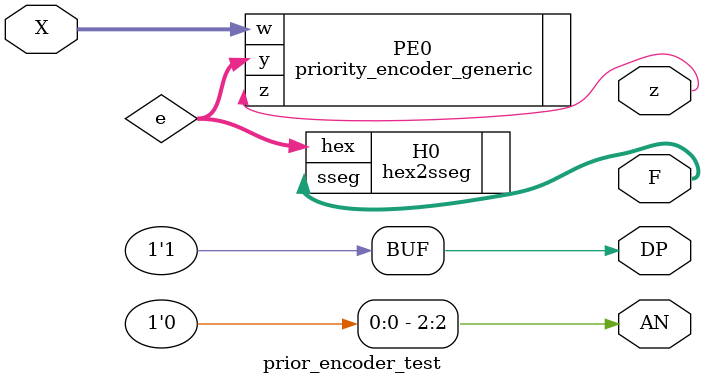
<source format=v>
`timescale 1ns / 1ps


module prior_encoder_test(
    input [15:0] X,
    output [6:0] F,
    output z,
    output [7:0] AN,
    output DP
    );
    //for 7seg control
    assign AN[2] = 0;   //switch first 7seg on
    assign DP = 1;      //turn off dp`
    
    //for data movement between hex2sseg and priority encoder
    wire [3:0] e;
    
    priority_encoder_generic #(.N(16)) PE0(
        .w(X),
        .z(z),
        .y(e[3:0])
    );
    hex2sseg H0 (
        .hex(e[3:0]),
        .sseg(F[6:0])
    );
endmodule
</source>
